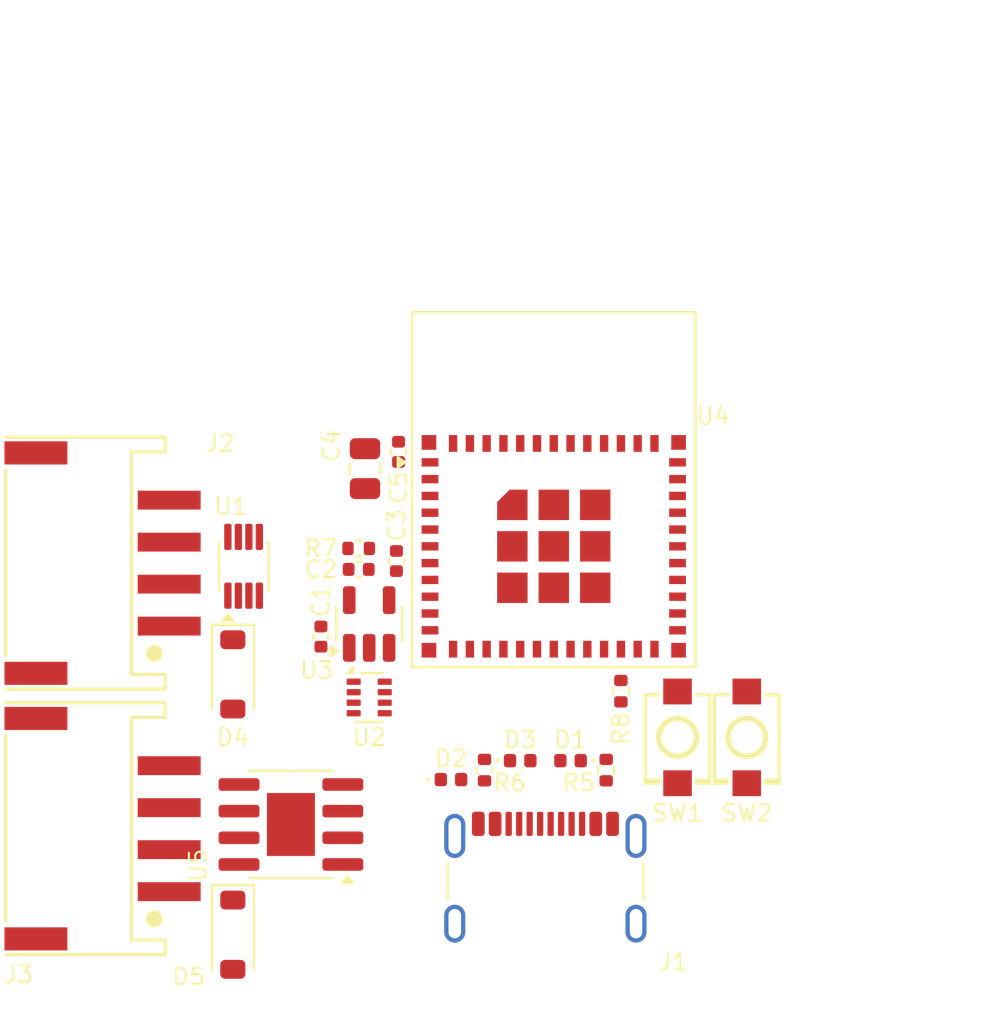
<source format=kicad_pcb>
(kicad_pcb (version 20240108) (generator "pcbnew") (generator_version "8.0")
  (layers (0 "F.Cu" signal) (31 "B.Cu" signal) (34 "B.Paste" user) (35 "F.Paste" user) (36 "B.SilkS" user "B.Silkscreen") (37 "F.SilkS" user "F.Silkscreen") (38 "B.Mask" user) (39 "F.Mask" user) (44 "Edge.Cuts" user))
  (net 0 "")
  (net 1 "GND")
  (net 2 "+5V")
  (net 3 "+3.3V")
  (net 4 "/RESET")
  (net 5 "USB_D+")
  (net 6 "+USB5V")
  (net 7 "USB_D-")
  (net 8 "VIN")
  (net 9 "Net-(J1-CC1)")
  (net 10 "Net-(J1-CC2)")
  (net 11 "UARTTX{slash}SDA_IN")
  (net 12 "UARTRX{slash}SCL_IN")
  (net 13 "CANH")
  (net 14 "CANL")
  (net 15 "Net-(U4-IO8)")
  (net 16 "/FLASH")
  (net 17 "UARTTX{slash}SDA")
  (net 18 "UARTRX{slash}SCL")
  (net 19 "TRANS_EN")
  (net 25 "SILENT")
  (net 30 "TWAIRX")
  (net 38 "SHDN")
  (net 41 "TWAITX")
  (footprint "Capacitor_SMD:C_0402_1005Metric" (layer "F.Cu") (at 141.3 104.7 90)
    (property "Reference" "C1" (at 1.7 0 90) (layer "F.SilkS") (effects (font (size 0.8 0.8) (thickness 0.1))))
    (property "Value" "2.2uF")
    (fp_line (start -0.107836 -0.36) (end 0.107836 -0.36) (stroke (width 0.12)) (layer "F.SilkS"))
    (fp_line (start -0.107836 0.36) (end 0.107836 0.36) (stroke (width 0.12)) (layer "F.SilkS"))
    (pad "1" smd roundrect (at -0.48 0 90) (size 0.56 0.62) (layers "F.Cu" "F.Paste" "F.Mask") (net 2 "+5V"))
    (pad "2" smd roundrect (at 0.48 0 90) (size 0.56 0.62) (layers "F.Cu" "F.Paste" "F.Mask") (net 1 "GND"))
  )
  (footprint "Capacitor_SMD:C_0805_2012Metric" (layer "F.Cu") (at 143.4 96.7 90)
    (property "Reference" "C4" (at 1.1 -1.6 90) (layer "F.SilkS") (effects (font (size 0.8 0.8) (thickness 0.1))))
    (property "Value" "22uF")
    (fp_line (start -0.261252 -0.735) (end 0.261252 -0.735) (stroke (width 0.12)) (layer "F.SilkS"))
    (fp_line (start -0.261252 0.735) (end 0.261252 0.735) (stroke (width 0.12)) (layer "F.SilkS"))
    (pad "1" smd roundrect (at -0.95 0 90) (size 1 1.45) (layers "F.Cu" "F.Paste" "F.Mask") (net 3 "+3.3V"))
    (pad "2" smd roundrect (at 0.95 0 90) (size 1 1.45) (layers "F.Cu" "F.Paste" "F.Mask") (net 1 "GND"))
  )
  (footprint "Resistor_SMD:R_0402_1005Metric" (layer "F.Cu") (at 149.1 111.06 90)
    (property "Reference" "R6" (at -0.6 1.2 180) (layer "F.SilkS") (effects (font (size 0.8 0.8) (thickness 0.1))))
    (property "Value" "5.1k")
    (fp_line (start -0.153641 -0.38) (end 0.153641 -0.38) (stroke (width 0.12)) (layer "F.SilkS"))
    (fp_line (start -0.153641 0.38) (end 0.153641 0.38) (stroke (width 0.12)) (layer "F.SilkS"))
    (pad "1" smd roundrect (at -0.51 0 90) (size 0.54 0.64) (layers "F.Cu" "F.Paste" "F.Mask") (net 9 "Net-(J1-CC1)"))
    (pad "2" smd roundrect (at 0.51 0 90) (size 0.54 0.64) (layers "F.Cu" "F.Paste" "F.Mask") (net 1 "GND"))
  )
  (footprint "Package_SO:VSSOP-8_2.3x2mm_P0.5mm" (layer "F.Cu") (at 137.614 101.35 90)
    (property "Reference" "U1" (at 2.85 -0.614 180) (layer "F.SilkS") (effects (font (size 0.8 0.8) (thickness 0.1))))
    (property "Value" "TXS0102DCU")
    (fp_line (start 0 -1.185) (end 1.15 -1.185) (stroke (width 0.12)) (layer "F.SilkS"))
    (fp_line (start 0 -1.185) (end -1.15 -1.185) (stroke (width 0.12)) (layer "F.SilkS"))
    (fp_line (start 0 1.185) (end 1.15 1.185) (stroke (width 0.12)) (layer "F.SilkS"))
    (fp_line (start 0 1.185) (end -1.15 1.185) (stroke (width 0.12)) (layer "F.SilkS"))
    (fp_poly (pts (xy -2.285 -0.75) (xy -2.615 -0.99) (xy -2.615 -0.51) (xy -2.285 -0.75)) (stroke (width 0.12)) (fill solid) (layer "F.SilkS"))
    (pad "1" smd roundrect (at -1.4 -0.75 90) (size 1.25 0.35) (layers "F.Cu" "F.Paste" "F.Mask") (net 12 "UARTRX{slash}SCL_IN"))
    (pad "2" smd roundrect (at -1.4 -0.25 90) (size 1.25 0.35) (layers "F.Cu" "F.Paste" "F.Mask") (net 1 "GND"))
    (pad "3" smd roundrect (at -1.4 0.25 90) (size 1.25 0.35) (layers "F.Cu" "F.Paste" "F.Mask") (net 3 "+3.3V"))
    (pad "4" smd roundrect (at -1.4 0.75 90) (size 1.25 0.35) (layers "F.Cu" "F.Paste" "F.Mask") (net 18 "UARTRX{slash}SCL"))
    (pad "5" smd roundrect (at 1.4 0.75 90) (size 1.25 0.35) (layers "F.Cu" "F.Paste" "F.Mask") (net 17 "UARTTX{slash}SDA"))
    (pad "6" smd roundrect (at 1.4 0.25 90) (size 1.25 0.35) (layers "F.Cu" "F.Paste" "F.Mask") (net 19 "TRANS_EN"))
    (pad "7" smd roundrect (at 1.4 -0.25 90) (size 1.25 0.35) (layers "F.Cu" "F.Paste" "F.Mask") (net 8 "VIN"))
    (pad "8" smd roundrect (at 1.4 -0.75 90) (size 1.25 0.35) (layers "F.Cu" "F.Paste" "F.Mask") (net 11 "UARTTX{slash}SDA_IN"))
  )
  (footprint "footprints:CONN-SMD_PH2.0-4PWB" (layer "F.Cu") (at 129.525 113.85 90)
    (property "Reference" "J3" (at -6.95 -2.625 180) (layer "F.SilkS") (effects (font (size 0.8 0.8) (thickness 0.1))))
    (property "Value" "TWAI")
    (fp_line (start 4.47 -3.256) (end 4.419 -3.256) (stroke (width 0.152)) (layer "F.SilkS"))
    (fp_line (start 4.419 -3.256) (end -4.419 -3.256) (stroke (width 0.152)) (layer "F.SilkS"))
    (fp_line (start -6 -2.546) (end -6 -3.256) (stroke (width 0.152)) (layer "F.SilkS"))
    (fp_line (start 5.3 2.749) (end -5.3 2.749) (stroke (width 0.152)) (layer "F.SilkS"))
    (fp_line (start -5.3 2.749) (end -5.3 4.349) (stroke (width 0.152)) (layer "F.SilkS"))
    (fp_line (start 6 4.349) (end 6 -3.256) (stroke (width 0.152)) (layer "F.SilkS"))
    (fp_line (start 6 4.349) (end 5.3 4.349) (stroke (width 0.152)) (layer "F.SilkS"))
    (fp_line (start 5.3 4.349) (end 5.3 2.749) (stroke (width 0.152)) (layer "F.SilkS"))
    (fp_line (start -5.3 4.349) (end -6 4.349) (stroke (width 0.152)) (layer "F.SilkS"))
    (fp_line (start -6 4.349) (end -6 -2.546) (stroke (width 0.152)) (layer "F.SilkS"))
    (fp_circle (center -4.3 3.834) (end -4.1 3.834) (stroke (width 0.4)) (fill none) (layer "F.SilkS"))
    (pad "1" smd rect (at -3 4.539 90) (size 0.9 3) (layers "F.Cu" "F.Paste" "F.Mask") (net 8 "VIN"))
    (pad "2" smd rect (at -1 4.539 90) (size 0.9 3) (layers "F.Cu" "F.Paste" "F.Mask") (net 13 "CANH"))
    (pad "3" smd rect (at 1 4.539 90) (size 0.9 3) (layers "F.Cu" "F.Paste" "F.Mask") (net 14 "CANL"))
    (pad "4" smd rect (at 3 4.539 90) (size 0.9 3) (layers "F.Cu" "F.Paste" "F.Mask") (net 1 "GND"))
    (pad "5" smd rect (at 5.25 -1.811 90) (size 1.1 3) (layers "F.Cu" "F.Paste" "F.Mask"))
    (pad "6" smd rect (at -5.25 -1.811 90) (size 1.1 3) (layers "F.Cu" "F.Paste" "F.Mask"))
  )
  (footprint "Diode_SMD:D_0402_1005Metric" (layer "F.Cu") (at 153.2 110.61 180)
    (property "Reference" "D1" (at 0 1 360) (layer "F.SilkS") (effects (font (size 0.8 0.8) (thickness 0.1))))
    (property "Value" "6V TVS")
    (fp_circle (center -1.09 0) (end -1.04 0) (stroke (width 0.1)) (fill none) (layer "F.SilkS"))
    (pad "1" smd roundrect (at -0.485 0 180) (size 0.59 0.64) (layers "F.Cu" "F.Paste" "F.Mask") (net 1 "GND"))
    (pad "2" smd roundrect (at 0.485 0 180) (size 0.59 0.64) (layers "F.Cu" "F.Paste" "F.Mask") (net 5 "USB_D+"))
  )
  (footprint "Capacitor_SMD:C_0402_1005Metric" (layer "F.Cu") (at 143.1 101.5)
    (property "Reference" "C2" (at -1.8 0 0) (layer "F.SilkS") (effects (font (size 0.8 0.8) (thickness 0.1))))
    (property "Value" "2.2uF")
    (fp_line (start -0.107836 -0.36) (end 0.107836 -0.36) (stroke (width 0.12)) (layer "F.SilkS"))
    (fp_line (start -0.107836 0.36) (end 0.107836 0.36) (stroke (width 0.12)) (layer "F.SilkS"))
    (pad "1" smd roundrect (at -0.48 0) (size 0.56 0.62) (layers "F.Cu" "F.Paste" "F.Mask") (net 3 "+3.3V"))
    (pad "2" smd roundrect (at 0.48 0) (size 0.56 0.62) (layers "F.Cu" "F.Paste" "F.Mask") (net 1 "GND"))
  )
  (footprint "footprints:SW-SMD_L3.9-W3.0-P4.45" (layer "F.Cu") (at 158.3 109.5 -90)
    (property "Reference" "SW1" (at 3.6 0 180) (layer "F.SilkS") (effects (font (size 0.8 0.8) (thickness 0.1))))
    (property "Value" "Button")
    (fp_line (start -2.026 1.541) (end -2.026 0.883) (stroke (width 0.1525)) (layer "F.SilkS"))
    (fp_line (start 2.026 1.541) (end -2.026 1.541) (stroke (width 0.1525)) (layer "F.SilkS"))
    (fp_line (start -2.026 -1.541) (end -2.026 -0.883) (stroke (width 0.1525)) (layer "F.SilkS"))
    (fp_line (start 2.026 -1.541) (end -2.026 -1.541) (stroke (width 0.1525)) (layer "F.SilkS"))
    (fp_circle (center 0 0) (end 0.9 0) (stroke (width 0.254)) (fill none) (layer "F.SilkS"))
    (fp_poly (pts (xy 1.95 1.6175) (xy 1.95 0.8325) (xy 2.255 0.8325) (xy 2.255 1.6175)) (fill solid) (layer "F.SilkS"))
    (fp_poly (pts (xy 1.95 -1.6175) (xy 1.95 -0.8325) (xy 2.255 -0.8325) (xy 2.255 -1.6175)) (fill solid) (layer "F.SilkS"))
    (pad "1" smd rect (at -2.185 0 270) (size 1.23 1.36) (layers "F.Cu" "F.Paste" "F.Mask") (net 4 "/RESET"))
    (pad "2" smd rect (at 2.185 0 270) (size 1.23 1.36) (layers "F.Cu" "F.Paste" "F.Mask") (net 1 "GND"))
  )
  (footprint "Package_SO:SOIC-8-1EP_3.9x4.9mm_P1.27mm_EP2.29x3mm" (layer "F.Cu") (at 139.87 113.65 180)
    (property "Reference" "U5" (at 4.43 -1.95 90) (layer "F.SilkS") (effects (font (size 0.8 0.8) (thickness 0.1))))
    (property "Value" "TCAN330DR")
    (fp_line (start 0 2.56) (end 1.95 2.56) (stroke (width 0.12)) (layer "F.SilkS"))
    (fp_line (start 0 2.56) (end -1.95 2.56) (stroke (width 0.12)) (layer "F.SilkS"))
    (fp_line (start 0 -2.56) (end 1.95 -2.56) (stroke (width 0.12)) (layer "F.SilkS"))
    (fp_line (start 0 -2.56) (end -1.95 -2.56) (stroke (width 0.12)) (layer "F.SilkS"))
    (fp_poly (pts (xy -2.7 -2.465) (xy -2.94 -2.795) (xy -2.46 -2.795) (xy -2.7 -2.465)) (stroke (width 0.12)) (fill solid) (layer "F.SilkS"))
    (pad "1" smd roundrect (at -2.475 -1.905 180) (size 1.95 0.6) (layers "F.Cu" "F.Paste" "F.Mask") (net 41 "TWAITX"))
    (pad "2" smd roundrect (at -2.475 -0.635 180) (size 1.95 0.6) (layers "F.Cu" "F.Paste" "F.Mask") (net 1 "GND"))
    (pad "3" smd roundrect (at -2.475 0.635 180) (size 1.95 0.6) (layers "F.Cu" "F.Paste" "F.Mask") (net 3 "+3.3V"))
    (pad "4" smd roundrect (at -2.475 1.905 180) (size 1.95 0.6) (layers "F.Cu" "F.Paste" "F.Mask") (net 30 "TWAIRX"))
    (pad "5" smd roundrect (at 2.475 1.905 180) (size 1.95 0.6) (layers "F.Cu" "F.Paste" "F.Mask") (net 38 "SHDN"))
    (pad "6" smd roundrect (at 2.475 0.635 180) (size 1.95 0.6) (layers "F.Cu" "F.Paste" "F.Mask") (net 14 "CANL"))
    (pad "7" smd roundrect (at 2.475 -0.635 180) (size 1.95 0.6) (layers "F.Cu" "F.Paste" "F.Mask") (net 13 "CANH"))
    (pad "8" smd roundrect (at 2.475 -1.905 180) (size 1.95 0.6) (layers "F.Cu" "F.Paste" "F.Mask") (net 25 "SILENT"))
    (pad "9" smd rect (at 0 0 180) (size 2.29 3) (property pad_prop_heatsink) (layers "F.Cu" "F.Mask"))
  )
  (footprint "Diode_SMD:D_0402_1005Metric" (layer "F.Cu") (at 150.8 110.61)
    (property "Reference" "D3" (at 0 -1 0) (layer "F.SilkS") (effects (font (size 0.8 0.8) (thickness 0.1))))
    (property "Value" "6V TVS")
    (fp_circle (center -1.09 0) (end -1.04 0) (stroke (width 0.1)) (fill none) (layer "F.SilkS"))
    (pad "1" smd roundrect (at -0.485 0) (size 0.59 0.64) (layers "F.Cu" "F.Paste" "F.Mask") (net 1 "GND"))
    (pad "2" smd roundrect (at 0.485 0) (size 0.59 0.64) (layers "F.Cu" "F.Paste" "F.Mask") (net 7 "USB_D-"))
  )
  (footprint "footprints:SW-SMD_L3.9-W3.0-P4.45" (layer "F.Cu") (at 161.6 109.5 -90)
    (property "Reference" "SW2" (at 3.6 0 360) (layer "F.SilkS") (effects (font (size 0.8 0.8) (thickness 0.1))))
    (property "Value" "Button")
    (fp_line (start -2.026 1.541) (end -2.026 0.883) (stroke (width 0.1525)) (layer "F.SilkS"))
    (fp_line (start 2.026 1.541) (end -2.026 1.541) (stroke (width 0.1525)) (layer "F.SilkS"))
    (fp_line (start -2.026 -1.541) (end -2.026 -0.883) (stroke (width 0.1525)) (layer "F.SilkS"))
    (fp_line (start 2.026 -1.541) (end -2.026 -1.541) (stroke (width 0.1525)) (layer "F.SilkS"))
    (fp_circle (center 0 0) (end 0.9 0) (stroke (width 0.254)) (fill none) (layer "F.SilkS"))
    (fp_poly (pts (xy 1.95 1.6175) (xy 1.95 0.8325) (xy 2.255 0.8325) (xy 2.255 1.6175)) (fill solid) (layer "F.SilkS"))
    (fp_poly (pts (xy 1.95 -1.6175) (xy 1.95 -0.8325) (xy 2.255 -0.8325) (xy 2.255 -1.6175)) (fill solid) (layer "F.SilkS"))
    (pad "1" smd rect (at -2.185 0 270) (size 1.23 1.36) (layers "F.Cu" "F.Paste" "F.Mask") (net 16 "/FLASH"))
    (pad "2" smd rect (at 2.185 0 270) (size 1.23 1.36) (layers "F.Cu" "F.Paste" "F.Mask") (net 1 "GND"))
  )
  (footprint "Package_TO_SOT_SMD:SOT-583-8" (layer "F.Cu") (at 143.6 107.6)
    (property "Reference" "U2" (at 0 1.9 0) (layer "F.SilkS") (effects (font (size 0.8 0.8) (thickness 0.1))))
    (property "Value" "LM66200")
    (fp_line (start 0.65 -1.16) (end -0.4 -1.16) (stroke (width 0.12)) (layer "F.SilkS"))
    (fp_line (start 0.65 1.16) (end -0.65 1.16) (stroke (width 0.12)) (layer "F.SilkS"))
    (fp_poly (pts (xy -0.76 -1.16) (xy -1.04 -1.16) (xy -0.76 -1.44) (xy -0.76 -1.16)) (stroke (width 0.12)) (fill solid) (layer "F.SilkS"))
    (pad "1" smd roundrect (at -0.74 -0.75) (size 0.67 0.3) (layers "F.Cu" "F.Paste" "F.Mask") (roundrect_rratio 0.1666666667) (net 1 "GND"))
    (pad "2" smd roundrect (at -0.74 -0.25) (size 0.67 0.3) (layers "F.Cu" "F.Paste" "F.Mask") (roundrect_rratio 0.1666666667) (net 2 "+5V"))
    (pad "3" smd roundrect (at -0.74 0.25) (size 0.67 0.3) (layers "F.Cu" "F.Paste" "F.Mask") (roundrect_rratio 0.1666666667) (net 8 "VIN"))
    (pad "4" smd roundrect (at -0.74 0.75) (size 0.67 0.3) (layers "F.Cu" "F.Paste" "F.Mask") (roundrect_rratio 0.1666666667) (net 1 "GND"))
    (pad "5" smd roundrect (at 0.74 0.75) (size 0.67 0.3) (layers "F.Cu" "F.Paste" "F.Mask") (roundrect_rratio 0.1666666667) (net 1 "GND"))
    (pad "6" smd roundrect (at 0.74 0.25) (size 0.67 0.3) (layers "F.Cu" "F.Paste" "F.Mask") (roundrect_rratio 0.1666666667) (net 6 "+USB5V"))
    (pad "7" smd roundrect (at 0.74 -0.25) (size 0.67 0.3) (layers "F.Cu" "F.Paste" "F.Mask") (roundrect_rratio 0.1666666667) (net 2 "+5V"))
    (pad "8" smd roundrect (at 0.74 -0.75) (size 0.67 0.3) (layers "F.Cu" "F.Paste" "F.Mask") (roundrect_rratio 0.1666666667))
  )
  (footprint "footprints:CONN-SMD_PH2.0-4PWB" (layer "F.Cu") (at 129.525 101.2 90)
    (property "Reference" "J2" (at 5.7 6.975 180) (layer "F.SilkS") (effects (font (size 0.8 0.8) (thickness 0.1))))
    (property "Value" "UART/I2C")
    (fp_line (start 4.47 -3.256) (end 4.419 -3.256) (stroke (width 0.152)) (layer "F.SilkS"))
    (fp_line (start 4.419 -3.256) (end -4.419 -3.256) (stroke (width 0.152)) (layer "F.SilkS"))
    (fp_line (start -6 -2.546) (end -6 -3.256) (stroke (width 0.152)) (layer "F.SilkS"))
    (fp_line (start 5.3 2.749) (end -5.3 2.749) (stroke (width 0.152)) (layer "F.SilkS"))
    (fp_line (start -5.3 2.749) (end -5.3 4.349) (stroke (width 0.152)) (layer "F.SilkS"))
    (fp_line (start 6 4.349) (end 6 -3.256) (stroke (width 0.152)) (layer "F.SilkS"))
    (fp_line (start 6 4.349) (end 5.3 4.349) (stroke (width 0.152)) (layer "F.SilkS"))
    (fp_line (start 5.3 4.349) (end 5.3 2.749) (stroke (width 0.152)) (layer "F.SilkS"))
    (fp_line (start -5.3 4.349) (end -6 4.349) (stroke (width 0.152)) (layer "F.SilkS"))
    (fp_line (start -6 4.349) (end -6 -2.546) (stroke (width 0.152)) (layer "F.SilkS"))
    (fp_circle (center -4.3 3.834) (end -4.1 3.834) (stroke (width 0.4)) (fill none) (layer "F.SilkS"))
    (pad "1" smd rect (at -3 4.539 90) (size 0.9 3) (layers "F.Cu" "F.Paste" "F.Mask") (net 8 "VIN"))
    (pad "2" smd rect (at -1 4.539 90) (size 0.9 3) (layers "F.Cu" "F.Paste" "F.Mask") (net 11 "UARTTX{slash}SDA_IN"))
    (pad "3" smd rect (at 1 4.539 90) (size 0.9 3) (layers "F.Cu" "F.Paste" "F.Mask") (net 12 "UARTRX{slash}SCL_IN"))
    (pad "4" smd rect (at 3 4.539 90) (size 0.9 3) (layers "F.Cu" "F.Paste" "F.Mask") (net 1 "GND"))
    (pad "5" smd rect (at 5.25 -1.811 90) (size 1.1 3) (layers "F.Cu" "F.Paste" "F.Mask"))
    (pad "6" smd rect (at -5.25 -1.811 90) (size 1.1 3) (layers "F.Cu" "F.Paste" "F.Mask"))
  )
  (footprint "Package_TO_SOT_SMD:SOT-23-5" (layer "F.Cu") (at 143.6 104.1 90)
    (property "Reference" "U3" (at -2.2 -2.5 180) (layer "F.SilkS") (effects (font (size 0.8 0.8) (thickness 0.1))))
    (property "Value" "SE5218ALG-LF")
    (fp_line (start 0 -1.56) (end 0.8 -1.56) (stroke (width 0.12)) (layer "F.SilkS"))
    (fp_line (start 0 -1.56) (end -0.8 -1.56) (stroke (width 0.12)) (layer "F.SilkS"))
    (fp_line (start 0 1.56) (end 0.8 1.56) (stroke (width 0.12)) (layer "F.SilkS"))
    (fp_line (start 0 1.56) (end -0.8 1.56) (stroke (width 0.12)) (layer "F.SilkS"))
    (fp_poly (pts (xy -1.3 -1.51) (xy -1.54 -1.84) (xy -1.06 -1.84) (xy -1.3 -1.51)) (stroke (width 0.12)) (fill solid) (layer "F.SilkS"))
    (pad "1" smd roundrect (at -1.1375 -0.95 90) (size 1.325 0.6) (layers "F.Cu" "F.Paste" "F.Mask") (net 2 "+5V"))
    (pad "2" smd roundrect (at -1.1375 0 90) (size 1.325 0.6) (layers "F.Cu" "F.Paste" "F.Mask") (net 1 "GND"))
    (pad "3" smd roundrect (at -1.1375 0.95 90) (size 1.325 0.6) (layers "F.Cu" "F.Paste" "F.Mask") (net 2 "+5V"))
    (pad "4" smd roundrect (at 1.1375 0.95 90) (size 1.325 0.6) (layers "F.Cu" "F.Paste" "F.Mask"))
    (pad "5" smd roundrect (at 1.1375 -0.95 90) (size 1.325 0.6) (layers "F.Cu" "F.Paste" "F.Mask") (net 3 "+3.3V"))
  )
  (footprint "Diode_SMD:D_SOD-123" (layer "F.Cu") (at 137.1 106.5 -90)
    (property "Reference" "D4" (at 3 0 180) (layer "F.SilkS") (effects (font (size 0.8 0.8) (thickness 0.1))))
    (property "Value" "D_Schottky")
    (fp_line (start -2.36 1) (end 1.65 1) (stroke (width 0.12)) (layer "F.SilkS"))
    (fp_line (start -2.36 -1) (end -2.36 1) (stroke (width 0.12)) (layer "F.SilkS"))
    (fp_line (start -2.36 -1) (end 1.65 -1) (stroke (width 0.12)) (layer "F.SilkS"))
    (pad "1" smd roundrect (at -1.65 0 270) (size 0.9 1.2) (layers "F.Cu" "F.Paste" "F.Mask") (net 8 "VIN"))
    (pad "2" smd roundrect (at 1.65 0 270) (size 0.9 1.2) (layers "F.Cu" "F.Paste" "F.Mask") (net 1 "GND"))
  )
  (footprint "Capacitor_SMD:C_0402_1005Metric" (layer "F.Cu") (at 145 95.9 90)
    (property "Reference" "C5" (at -1.7 0 90) (layer "F.SilkS") (effects (font (size 0.8 0.8) (thickness 0.1))))
    (property "Value" "100nF")
    (fp_line (start -0.107836 -0.36) (end 0.107836 -0.36) (stroke (width 0.12)) (layer "F.SilkS"))
    (fp_line (start -0.107836 0.36) (end 0.107836 0.36) (stroke (width 0.12)) (layer "F.SilkS"))
    (pad "1" smd roundrect (at -0.48 0 90) (size 0.56 0.62) (layers "F.Cu" "F.Paste" "F.Mask") (net 3 "+3.3V"))
    (pad "2" smd roundrect (at 0.48 0 90) (size 0.56 0.62) (layers "F.Cu" "F.Paste" "F.Mask") (net 1 "GND"))
  )
  (footprint "Diode_SMD:D_0402_1005Metric" (layer "F.Cu") (at 147.5 111.51)
    (property "Reference" "D2" (at 0 -1 0) (layer "F.SilkS") (effects (font (size 0.8 0.8) (thickness 0.1))))
    (property "Value" "6V TVS")
    (fp_circle (center -1.09 0) (end -1.04 0) (stroke (width 0.1)) (fill none) (layer "F.SilkS"))
    (pad "1" smd roundrect (at -0.485 0) (size 0.59 0.64) (layers "F.Cu" "F.Paste" "F.Mask") (net 1 "GND"))
    (pad "2" smd roundrect (at 0.485 0) (size 0.59 0.64) (layers "F.Cu" "F.Paste" "F.Mask") (net 6 "+USB5V"))
  )
  (footprint "Connector_USB:USB_C_Receptacle_GCT_USB4105-xx-A_16P_TopMnt_Horizontal" (layer "F.Cu") (at 152 117.3)
    (property "Reference" "J1" (at 6.1 2.9 0) (layer "F.SilkS") (effects (font (size 0.8 0.8) (thickness 0.1))))
    (property "Value" "USB_C_Receptacle_USB2.0_14P")
    (fp_line (start -4.67 -0.1) (end -4.67 -1.8) (stroke (width 0.12)) (layer "F.SilkS"))
    (fp_line (start 4.67 -0.1) (end 4.67 -1.8) (stroke (width 0.12)) (layer "F.SilkS"))
    (pad "" np_thru_hole circle (at -2.89 -2.605) (size 0.65 0.65) (drill 0.65) (layers "F&B.Cu" "*.Mask"))
    (pad "" np_thru_hole circle (at 2.89 -2.605) (size 0.65 0.65) (drill 0.65) (layers "F&B.Cu" "*.Mask"))
    (pad "A1" smd roundrect (at -3.2 -3.68) (size 0.6 1.15) (layers "F.Cu" "F.Paste" "F.Mask") (net 1 "GND"))
    (pad "A4" smd roundrect (at -2.4 -3.68) (size 0.6 1.15) (layers "F.Cu" "F.Paste" "F.Mask") (net 6 "+USB5V"))
    (pad "A5" smd roundrect (at -1.25 -3.68) (size 0.3 1.15) (layers "F.Cu" "F.Paste" "F.Mask") (net 9 "Net-(J1-CC1)"))
    (pad "A6" smd roundrect (at -0.25 -3.68) (size 0.3 1.15) (layers "F.Cu" "F.Paste" "F.Mask") (net 5 "USB_D+"))
    (pad "A7" smd roundrect (at 0.25 -3.68) (size 0.3 1.15) (layers "F.Cu" "F.Paste" "F.Mask") (net 7 "USB_D-"))
    (pad "A8" smd roundrect (at 1.25 -3.68) (size 0.3 1.15) (layers "F.Cu" "F.Paste" "F.Mask"))
    (pad "A9" smd roundrect (at 2.4 -3.68) (size 0.6 1.15) (layers "F.Cu" "F.Paste" "F.Mask") (net 6 "+USB5V"))
    (pad "A12" smd roundrect (at 3.2 -3.68) (size 0.6 1.15) (layers "F.Cu" "F.Paste" "F.Mask") (net 1 "GND"))
    (pad "B1" smd roundrect (at 3.2 -3.68) (size 0.6 1.15) (layers "F.Cu" "F.Paste" "F.Mask") (net 1 "GND"))
    (pad "B4" smd roundrect (at 2.4 -3.68) (size 0.6 1.15) (layers "F.Cu" "F.Paste" "F.Mask") (net 6 "+USB5V"))
    (pad "B5" smd roundrect (at 1.75 -3.68) (size 0.3 1.15) (layers "F.Cu" "F.Paste" "F.Mask") (net 10 "Net-(J1-CC2)"))
    (pad "B6" smd roundrect (at 0.75 -3.68) (size 0.3 1.15) (layers "F.Cu" "F.Paste" "F.Mask") (net 5 "USB_D+"))
    (pad "B7" smd roundrect (at -0.75 -3.68) (size 0.3 1.15) (layers "F.Cu" "F.Paste" "F.Mask") (net 7 "USB_D-"))
    (pad "B8" smd roundrect (at -1.75 -3.68) (size 0.3 1.15) (layers "F.Cu" "F.Paste" "F.Mask"))
    (pad "B9" smd roundrect (at -2.4 -3.68) (size 0.6 1.15) (layers "F.Cu" "F.Paste" "F.Mask") (net 6 "+USB5V"))
    (pad "B12" smd roundrect (at -3.2 -3.68) (size 0.6 1.15) (layers "F.Cu" "F.Paste" "F.Mask") (net 1 "GND"))
    (pad "S1" thru_hole oval (at -4.32 -3.105) (size 1 2.1) (drill oval 0.6 1.7) (property pad_prop_heatsink) (layers "*.Cu" "*.Mask" "F.Paste") (net 1 "GND"))
    (pad "S1" thru_hole oval (at -4.32 1.075) (size 1 1.8) (drill oval 0.6 1.4) (property pad_prop_heatsink) (layers "*.Cu" "*.Mask" "F.Paste") (net 1 "GND"))
    (pad "S1" thru_hole oval (at 4.32 -3.105) (size 1 2.1) (drill oval 0.6 1.7) (property pad_prop_heatsink) (layers "*.Cu" "*.Mask" "F.Paste") (net 1 "GND"))
    (pad "S1" thru_hole oval (at 4.32 1.075) (size 1 1.8) (drill oval 0.6 1.4) (property pad_prop_heatsink) (layers "*.Cu" "*.Mask" "F.Paste") (net 1 "GND"))
  )
  (footprint "Resistor_SMD:R_0402_1005Metric" (layer "F.Cu") (at 154.9 111.06 90)
    (property "Reference" "R5" (at -0.6 -1.3 180) (layer "F.SilkS") (effects (font (size 0.8 0.8) (thickness 0.1))))
    (property "Value" "5.1k")
    (fp_line (start -0.153641 -0.38) (end 0.153641 -0.38) (stroke (width 0.12)) (layer "F.SilkS"))
    (fp_line (start -0.153641 0.38) (end 0.153641 0.38) (stroke (width 0.12)) (layer "F.SilkS"))
    (pad "1" smd roundrect (at -0.51 0 90) (size 0.54 0.64) (layers "F.Cu" "F.Paste" "F.Mask") (net 10 "Net-(J1-CC2)"))
    (pad "2" smd roundrect (at 0.51 0 90) (size 0.54 0.64) (layers "F.Cu" "F.Paste" "F.Mask") (net 1 "GND"))
  )
  (footprint "Resistor_SMD:R_0402_1005Metric" (layer "F.Cu") (at 143.1 100.5)
    (property "Reference" "R7" (at -1.8 0 0) (layer "F.SilkS") (effects (font (size 0.8 0.8) (thickness 0.1))))
    (property "Value" "10k")
    (fp_line (start -0.153641 -0.38) (end 0.153641 -0.38) (stroke (width 0.12)) (layer "F.SilkS"))
    (fp_line (start -0.153641 0.38) (end 0.153641 0.38) (stroke (width 0.12)) (layer "F.SilkS"))
    (pad "1" smd roundrect (at -0.51 0) (size 0.54 0.64) (layers "F.Cu" "F.Paste" "F.Mask") (net 3 "+3.3V"))
    (pad "2" smd roundrect (at 0.51 0) (size 0.54 0.64) (layers "F.Cu" "F.Paste" "F.Mask") (net 4 "/RESET"))
  )
  (footprint "Diode_SMD:D_SOD-123" (layer "F.Cu") (at 137.1 118.9 -90)
    (property "Reference" "D5" (at 2 2.1 180) (layer "F.SilkS") (effects (font (size 0.8 0.8) (thickness 0.1))))
    (property "Value" "D_Schottky")
    (fp_line (start -2.36 1) (end 1.65 1) (stroke (width 0.12)) (layer "F.SilkS"))
    (fp_line (start -2.36 -1) (end -2.36 1) (stroke (width 0.12)) (layer "F.SilkS"))
    (fp_line (start -2.36 -1) (end 1.65 -1) (stroke (width 0.12)) (layer "F.SilkS"))
    (pad "1" smd roundrect (at -1.65 0 270) (size 0.9 1.2) (layers "F.Cu" "F.Paste" "F.Mask") (net 8 "VIN"))
    (pad "2" smd roundrect (at 1.65 0 270) (size 0.9 1.2) (layers "F.Cu" "F.Paste" "F.Mask") (net 1 "GND"))
  )
  (footprint "Capacitor_SMD:C_0402_1005Metric" (layer "F.Cu") (at 144.9 101.1 90)
    (property "Reference" "C3" (at 1.7 0 90) (layer "F.SilkS") (effects (font (size 0.8 0.8) (thickness 0.1))))
    (property "Value" "100nF")
    (fp_line (start -0.107836 -0.36) (end 0.107836 -0.36) (stroke (width 0.12)) (layer "F.SilkS"))
    (fp_line (start -0.107836 0.36) (end 0.107836 0.36) (stroke (width 0.12)) (layer "F.SilkS"))
    (pad "1" smd roundrect (at -0.48 0 90) (size 0.56 0.62) (layers "F.Cu" "F.Paste" "F.Mask") (net 4 "/RESET"))
    (pad "2" smd roundrect (at 0.48 0 90) (size 0.56 0.62) (layers "F.Cu" "F.Paste" "F.Mask") (net 1 "GND"))
  )
  (footprint "Resistor_SMD:R_0402_1005Metric" (layer "F.Cu") (at 155.6 107.3 90)
    (property "Reference" "R8" (at -1.8 0 90) (layer "F.SilkS") (effects (font (size 0.8 0.8) (thickness 0.1))))
    (property "Value" "10k")
    (fp_line (start -0.153641 -0.38) (end 0.153641 -0.38) (stroke (width 0.12)) (layer "F.SilkS"))
    (fp_line (start -0.153641 0.38) (end 0.153641 0.38) (stroke (width 0.12)) (layer "F.SilkS"))
    (pad "1" smd roundrect (at -0.51 0 90) (size 0.54 0.64) (layers "F.Cu" "F.Paste" "F.Mask") (net 3 "+3.3V"))
    (pad "2" smd roundrect (at 0.51 0 90) (size 0.54 0.64) (layers "F.Cu" "F.Paste" "F.Mask") (net 15 "Net-(U4-IO8)"))
  )
  (footprint "RF_Module:ESP32-C6-MINI-1" (layer "F.Cu") (at 152.4 100.4)
    (property "Reference" "U4" (at 7.6 -6.2 0) (layer "F.SilkS") (effects (font (size 0.8 0.8) (thickness 0.1))))
    (property "Value" "ESP32-C6-MINI-1")
    (fp_line (start -6.75 -11.15) (end 6.75 -11.15) (stroke (width 0.12)) (layer "F.SilkS"))
    (fp_line (start -6.75 5.75) (end -6.75 -11.15) (stroke (width 0.12)) (layer "F.SilkS"))
    (fp_line (start 6.75 -11.15) (end 6.75 5.75) (stroke (width 0.12)) (layer "F.SilkS"))
    (fp_line (start 6.75 5.75) (end -6.75 5.75) (stroke (width 0.12)) (layer "F.SilkS"))
    (fp_poly (pts (xy -7.1 -4) (xy -7.436 -3.76) (xy -7.436 -4.24) (xy -7.1 -4)) (stroke (width 0.12)) (fill solid) (layer "F.SilkS"))
    (pad "1" smd rect (at -5.9 -4) (size 0.8 0.4) (layers "F.Cu" "F.Paste" "F.Mask") (net 1 "GND"))
    (pad "2" smd rect (at -5.9 -3.2) (size 0.8 0.4) (layers "F.Cu" "F.Paste" "F.Mask") (net 1 "GND"))
    (pad "3" smd rect (at -5.9 -2.4) (size 0.8 0.4) (layers "F.Cu" "F.Paste" "F.Mask") (net 3 "+3.3V"))
    (pad "4" smd rect (at -5.9 -1.6) (size 0.8 0.4) (layers "F.Cu" "F.Paste" "F.Mask"))
    (pad "5" smd rect (at -5.9 -0.8) (size 0.8 0.4) (layers "F.Cu" "F.Paste" "F.Mask") (net 17 "UARTTX{slash}SDA"))
    (pad "6" smd rect (at -5.9 0) (size 0.8 0.4) (layers "F.Cu" "F.Paste" "F.Mask") (net 18 "UARTRX{slash}SCL"))
    (pad "7" smd rect (at -5.9 0.8) (size 0.8 0.4) (layers "F.Cu" "F.Paste" "F.Mask"))
    (pad "8" smd rect (at -5.9 1.6) (size 0.8 0.4) (layers "F.Cu" "F.Paste" "F.Mask") (net 4 "/RESET"))
    (pad "9" smd rect (at -5.9 2.4) (size 0.8 0.4) (layers "F.Cu" "F.Paste" "F.Mask"))
    (pad "10" smd rect (at -5.9 3.2) (size 0.8 0.4) (layers "F.Cu" "F.Paste" "F.Mask"))
    (pad "11" smd rect (at -5.9 4) (size 0.8 0.4) (layers "F.Cu" "F.Paste" "F.Mask") (net 1 "GND"))
    (pad "12" smd rect (at -4.8 4.9 90) (size 0.8 0.4) (layers "F.Cu" "F.Paste" "F.Mask") (net 41 "TWAITX"))
    (pad "13" smd rect (at -4 4.9 90) (size 0.8 0.4) (layers "F.Cu" "F.Paste" "F.Mask") (net 30 "TWAIRX"))
    (pad "14" smd rect (at -3.2 4.9 90) (size 0.8 0.4) (layers "F.Cu" "F.Paste" "F.Mask") (net 1 "GND"))
    (pad "15" smd rect (at -2.4 4.9 90) (size 0.8 0.4) (layers "F.Cu" "F.Paste" "F.Mask"))
    (pad "16" smd rect (at -1.6 4.9 90) (size 0.8 0.4) (layers "F.Cu" "F.Paste" "F.Mask"))
    (pad "17" smd rect (at -0.8 4.9 90) (size 0.8 0.4) (layers "F.Cu" "F.Paste" "F.Mask") (net 7 "USB_D-"))
    (pad "18" smd rect (at 0 4.9 90) (size 0.8 0.4) (layers "F.Cu" "F.Paste" "F.Mask") (net 5 "USB_D+"))
    (pad "19" smd rect (at 0.8 4.9 90) (size 0.8 0.4) (layers "F.Cu" "F.Paste" "F.Mask") (net 38 "SHDN"))
    (pad "20" smd rect (at 1.6 4.9 90) (size 0.8 0.4) (layers "F.Cu" "F.Paste" "F.Mask") (net 25 "SILENT"))
    (pad "21" smd rect (at 2.4 4.9 90) (size 0.8 0.4) (layers "F.Cu" "F.Paste" "F.Mask"))
    (pad "22" smd rect (at 3.2 4.9 90) (size 0.8 0.4) (layers "F.Cu" "F.Paste" "F.Mask") (net 15 "Net-(U4-IO8)"))
    (pad "23" smd rect (at 4 4.9 90) (size 0.8 0.4) (layers "F.Cu" "F.Paste" "F.Mask") (net 16 "/FLASH"))
    (pad "24" smd rect (at 4.8 4.9 90) (size 0.8 0.4) (layers "F.Cu" "F.Paste" "F.Mask") (net 19 "TRANS_EN"))
    (pad "25" smd rect (at 5.9 4) (size 0.8 0.4) (layers "F.Cu" "F.Paste" "F.Mask"))
    (pad "26" smd rect (at 5.9 3.2) (size 0.8 0.4) (layers "F.Cu" "F.Paste" "F.Mask"))
    (pad "27" smd rect (at 5.9 2.4) (size 0.8 0.4) (layers "F.Cu" "F.Paste" "F.Mask"))
    (pad "28" smd rect (at 5.9 1.6) (size 0.8 0.4) (layers "F.Cu" "F.Paste" "F.Mask"))
    (pad "29" smd rect (at 5.9 0.8) (size 0.8 0.4) (layers "F.Cu" "F.Paste" "F.Mask"))
    (pad "30" smd rect (at 5.9 0) (size 0.8 0.4) (layers "F.Cu" "F.Paste" "F.Mask"))
    (pad "31" smd rect (at 5.9 -0.8) (size 0.8 0.4) (layers "F.Cu" "F.Paste" "F.Mask"))
    (pad "32" smd rect (at 5.9 -1.6) (size 0.8 0.4) (layers "F.Cu" "F.Paste" "F.Mask"))
    (pad "33" smd rect (at 5.9 -2.4) (size 0.8 0.4) (layers "F.Cu" "F.Paste" "F.Mask"))
    (pad "34" smd rect (at 5.9 -3.2) (size 0.8 0.4) (layers "F.Cu" "F.Paste" "F.Mask"))
    (pad "35" smd rect (at 5.9 -4) (size 0.8 0.4) (layers "F.Cu" "F.Paste" "F.Mask"))
    (pad "36" smd rect (at 4.8 -4.9 90) (size 0.8 0.4) (layers "F.Cu" "F.Paste" "F.Mask") (net 1 "GND"))
    (pad "37" smd rect (at 4 -4.9 90) (size 0.8 0.4) (layers "F.Cu" "F.Paste" "F.Mask") (net 1 "GND"))
    (pad "38" smd rect (at 3.2 -4.9 90) (size 0.8 0.4) (layers "F.Cu" "F.Paste" "F.Mask") (net 1 "GND"))
    (pad "39" smd rect (at 2.4 -4.9 90) (size 0.8 0.4) (layers "F.Cu" "F.Paste" "F.Mask") (net 1 "GND"))
    (pad "40" smd rect (at 1.6 -4.9 90) (size 0.8 0.4) (layers "F.Cu" "F.Paste" "F.Mask") (net 1 "GND"))
    (pad "41" smd rect (at 0.8 -4.9 90) (size 0.8 0.4) (layers "F.Cu" "F.Paste" "F.Mask") (net 1 "GND"))
    (pad "42" smd rect (at 0 -4.9 90) (size 0.8 0.4) (layers "F.Cu" "F.Paste" "F.Mask") (net 1 "GND"))
    (pad "43" smd rect (at -0.8 -4.9 90) (size 0.8 0.4) (layers "F.Cu" "F.Paste" "F.Mask") (net 1 "GND"))
    (pad "44" smd rect (at -1.6 -4.9 90) (size 0.8 0.4) (layers "F.Cu" "F.Paste" "F.Mask") (net 1 "GND"))
    (pad "45" smd rect (at -2.4 -4.9 90) (size 0.8 0.4) (layers "F.Cu" "F.Paste" "F.Mask") (net 1 "GND"))
    (pad "46" smd rect (at -3.2 -4.9 90) (size 0.8 0.4) (layers "F.Cu" "F.Paste" "F.Mask") (net 1 "GND"))
    (pad "47" smd rect (at -4 -4.9 90) (size 0.8 0.4) (layers "F.Cu" "F.Paste" "F.Mask") (net 1 "GND"))
    (pad "48" smd rect (at -4.8 -4.9 90) (size 0.8 0.4) (layers "F.Cu" "F.Paste" "F.Mask") (net 1 "GND"))
    (pad "49" smd roundrect (at -1.975 -1.975) (size 1.45 1.45) (property pad_prop_heatsink) (layers "F.Cu" "F.Paste" "F.Mask") (roundrect_rratio 0) (chamfer_ratio 0.41) (chamfer top_left) (net 1 "GND"))
    (pad "49" smd rect (at -1.975 0) (size 1.45 1.45) (property pad_prop_heatsink) (layers "F.Cu" "F.Paste" "F.Mask") (net 1 "GND"))
    (pad "49" smd rect (at -1.975 1.975) (size 1.45 1.45) (property pad_prop_heatsink) (layers "F.Cu" "F.Paste" "F.Mask") (net 1 "GND"))
    (pad "49" smd rect (at 0 -1.975) (size 1.45 1.45) (property pad_prop_heatsink) (layers "F.Cu" "F.Paste" "F.Mask") (net 1 "GND"))
    (pad "49" smd rect (at 0 0) (size 1.45 1.45) (property pad_prop_heatsink) (layers "F.Cu" "F.Paste" "F.Mask") (net 1 "GND"))
    (pad "49" smd rect (at 0 1.975) (size 1.45 1.45) (property pad_prop_heatsink) (layers "F.Cu" "F.Paste" "F.Mask") (net 1 "GND"))
    (pad "49" smd rect (at 1.975 -1.975) (size 1.45 1.45) (property pad_prop_heatsink) (layers "F.Cu" "F.Paste" "F.Mask") (net 1 "GND"))
    (pad "49" smd rect (at 1.975 0) (size 1.45 1.45) (property pad_prop_heatsink) (layers "F.Cu" "F.Paste" "F.Mask") (net 1 "GND"))
    (pad "49" smd rect (at 1.975 1.975) (size 1.45 1.45) (property pad_prop_heatsink) (layers "F.Cu" "F.Paste" "F.Mask") (net 1 "GND"))
    (pad "50" smd rect (at 5.95 -4.95) (size 0.7 0.7) (layers "F.Cu" "F.Paste" "F.Mask") (net 1 "GND"))
    (pad "51" smd rect (at 5.95 4.95) (size 0.7 0.7) (layers "F.Cu" "F.Paste" "F.Mask") (net 1 "GND"))
    (pad "52" smd rect (at -5.95 4.95) (size 0.7 0.7) (layers "F.Cu" "F.Paste" "F.Mask") (net 1 "GND"))
    (pad "53" smd rect (at -5.95 -4.95) (size 0.7 0.7) (layers "F.Cu" "F.Paste" "F.Mask") (net 1 "GND"))
  )
)
</source>
